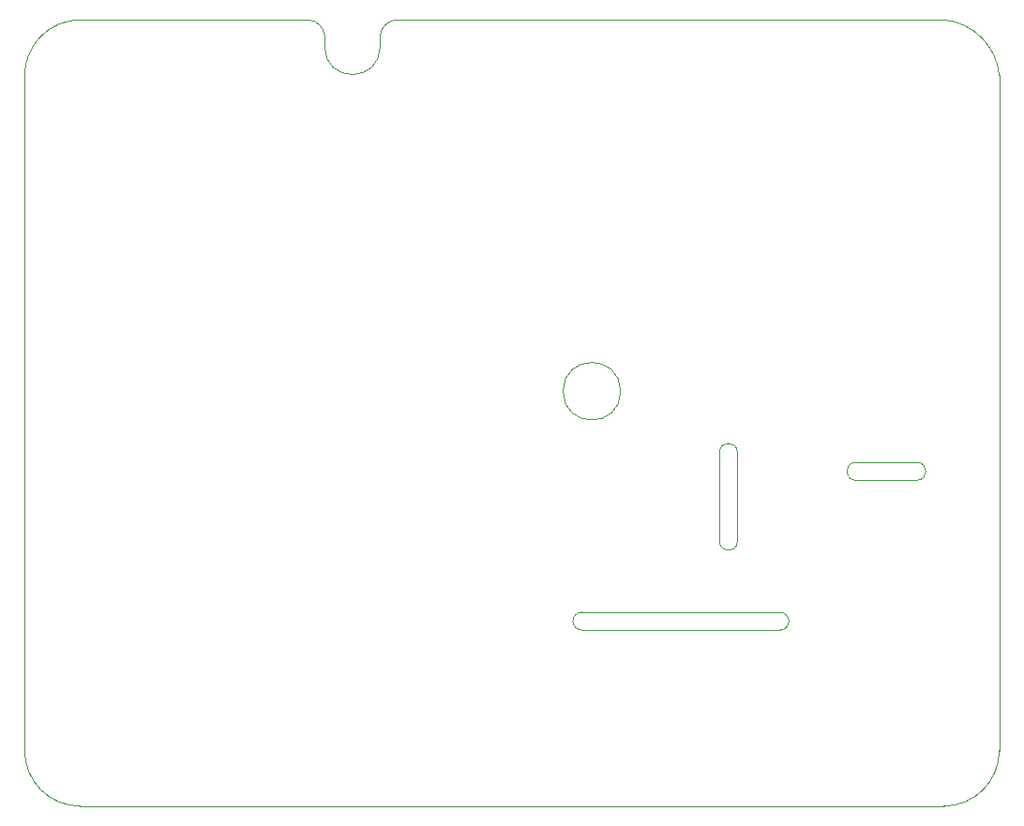
<source format=gbr>
%TF.GenerationSoftware,KiCad,Pcbnew,9.0.0*%
%TF.CreationDate,2025-03-29T15:41:40+01:00*%
%TF.ProjectId,TDK_DCDC_pcb,54444b5f-4443-4444-935f-7063622e6b69,rev?*%
%TF.SameCoordinates,Original*%
%TF.FileFunction,Profile,NP*%
%FSLAX46Y46*%
G04 Gerber Fmt 4.6, Leading zero omitted, Abs format (unit mm)*
G04 Created by KiCad (PCBNEW 9.0.0) date 2025-03-29 15:41:40*
%MOMM*%
%LPD*%
G01*
G04 APERTURE LIST*
%TA.AperFunction,Profile*%
%ADD10C,0.050000*%
%TD*%
G04 APERTURE END LIST*
D10*
X162739267Y-100008334D02*
X162742807Y-108137500D01*
X133631787Y-60993156D02*
X183000000Y-61000001D01*
X188000000Y-127000000D02*
G75*
G02*
X183000000Y-132000000I-5000000J0D01*
G01*
X100000000Y-66100000D02*
X100000000Y-127000000D01*
X174992500Y-102573540D02*
G75*
G02*
X175002500Y-100973534I31100J799840D01*
G01*
X132090000Y-62440000D02*
G75*
G02*
X133631785Y-60993108I1591800J-151300D01*
G01*
X125590000Y-60993156D02*
X105000000Y-61000000D01*
X188000000Y-127000000D02*
X188000000Y-66000000D01*
X164339040Y-100018322D02*
X164342872Y-108147500D01*
X125590000Y-60993156D02*
G75*
G02*
X127090013Y-62439999I-94000J-1598444D01*
G01*
X180600000Y-100970000D02*
G75*
G02*
X180589998Y-102569926I-31100J-799800D01*
G01*
X132090000Y-62440000D02*
X132090000Y-63440000D01*
X162739267Y-100008322D02*
G75*
G02*
X164339259Y-100018322I799833J-31078D01*
G01*
X150306100Y-116106898D02*
G75*
G02*
X150306101Y-114494702I0J806098D01*
G01*
X168193900Y-114505304D02*
G75*
G02*
X168193899Y-116117496I0J-806096D01*
G01*
X164342807Y-108147500D02*
G75*
G02*
X162742867Y-108137498I-799807J31100D01*
G01*
X180600000Y-100970000D02*
X175002500Y-100970000D01*
X153810000Y-94540000D02*
G75*
G02*
X148610000Y-94540000I-2600000J0D01*
G01*
X148610000Y-94540000D02*
G75*
G02*
X153810000Y-94540000I2600000J0D01*
G01*
X180590000Y-102570000D02*
X174992500Y-102570000D01*
X100000000Y-66100000D02*
G75*
G02*
X105000000Y-61000010I5035200J64500D01*
G01*
X183000000Y-132000000D02*
X105000000Y-132000000D01*
X150306101Y-114494696D02*
X168193900Y-114505304D01*
X127090000Y-62440000D02*
X127090000Y-63440000D01*
X105000000Y-132000000D02*
G75*
G02*
X100000000Y-127000000I0J5000000D01*
G01*
X183000000Y-61000000D02*
G75*
G02*
X188000000Y-66000000I-537800J-5537800D01*
G01*
X132090000Y-63440000D02*
G75*
G02*
X127090000Y-63440000I-2500000J0D01*
G01*
X150306100Y-116106898D02*
X168193899Y-116117495D01*
M02*

</source>
